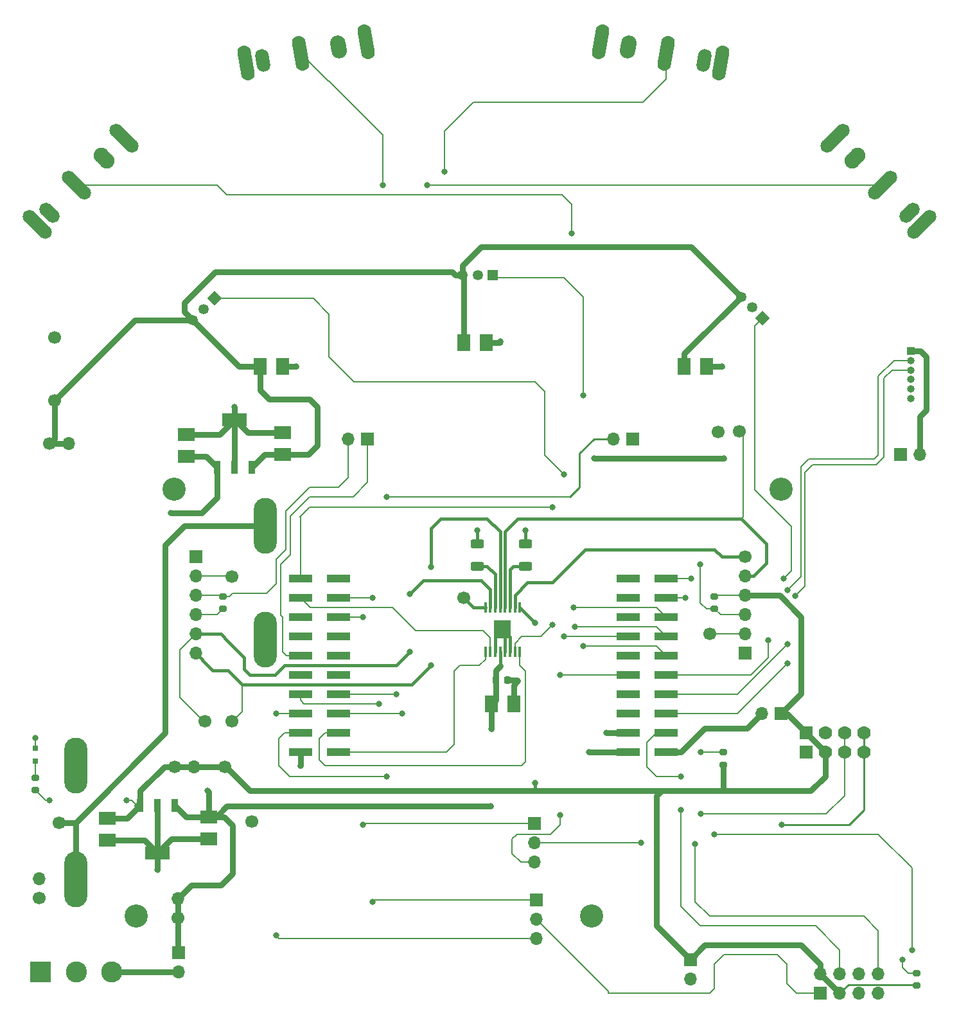
<source format=gtl>
G04 #@! TF.GenerationSoftware,KiCad,Pcbnew,8.0.4*
G04 #@! TF.CreationDate,2024-08-16T09:30:41-05:00*
G04 #@! TF.ProjectId,MotorBoardv3_2,4d6f746f-7242-46f6-9172-6476335f322e,V2.0.2b*
G04 #@! TF.SameCoordinates,Original*
G04 #@! TF.FileFunction,Copper,L1,Top*
G04 #@! TF.FilePolarity,Positive*
%FSLAX46Y46*%
G04 Gerber Fmt 4.6, Leading zero omitted, Abs format (unit mm)*
G04 Created by KiCad (PCBNEW 8.0.4) date 2024-08-16 09:30:41*
%MOMM*%
%LPD*%
G01*
G04 APERTURE LIST*
G04 Aperture macros list*
%AMRoundRect*
0 Rectangle with rounded corners*
0 $1 Rounding radius*
0 $2 $3 $4 $5 $6 $7 $8 $9 X,Y pos of 4 corners*
0 Add a 4 corners polygon primitive as box body*
4,1,4,$2,$3,$4,$5,$6,$7,$8,$9,$2,$3,0*
0 Add four circle primitives for the rounded corners*
1,1,$1+$1,$2,$3*
1,1,$1+$1,$4,$5*
1,1,$1+$1,$6,$7*
1,1,$1+$1,$8,$9*
0 Add four rect primitives between the rounded corners*
20,1,$1+$1,$2,$3,$4,$5,0*
20,1,$1+$1,$4,$5,$6,$7,0*
20,1,$1+$1,$6,$7,$8,$9,0*
20,1,$1+$1,$8,$9,$2,$3,0*%
%AMHorizOval*
0 Thick line with rounded ends*
0 $1 width*
0 $2 $3 position (X,Y) of the first rounded end (center of the circle)*
0 $4 $5 position (X,Y) of the second rounded end (center of the circle)*
0 Add line between two ends*
20,1,$1,$2,$3,$4,$5,0*
0 Add two circle primitives to create the rounded ends*
1,1,$1,$2,$3*
1,1,$1,$4,$5*%
%AMRotRect*
0 Rectangle, with rotation*
0 The origin of the aperture is its center*
0 $1 length*
0 $2 width*
0 $3 Rotation angle, in degrees counterclockwise*
0 Add horizontal line*
21,1,$1,$2,0,0,$3*%
G04 Aperture macros list end*
G04 #@! TA.AperFunction,ComponentPad*
%ADD10R,1.700000X1.700000*%
G04 #@! TD*
G04 #@! TA.AperFunction,ComponentPad*
%ADD11O,1.700000X1.700000*%
G04 #@! TD*
G04 #@! TA.AperFunction,SMDPad,CuDef*
%ADD12R,0.800000X0.800000*%
G04 #@! TD*
G04 #@! TA.AperFunction,ComponentPad*
%ADD13C,1.700000*%
G04 #@! TD*
G04 #@! TA.AperFunction,ComponentPad*
%ADD14HorizOval,2.032000X0.088213X-0.500282X-0.088213X0.500282X0*%
G04 #@! TD*
G04 #@! TA.AperFunction,ComponentPad*
%ADD15HorizOval,1.778000X0.110267X-0.625353X-0.110267X0.625353X0*%
G04 #@! TD*
G04 #@! TA.AperFunction,ComponentPad*
%ADD16HorizOval,1.778000X0.253613X-1.438312X-0.253613X1.438312X0*%
G04 #@! TD*
G04 #@! TA.AperFunction,SMDPad,CuDef*
%ADD17R,2.300000X1.800000*%
G04 #@! TD*
G04 #@! TA.AperFunction,ComponentPad*
%ADD18RotRect,1.350000X1.350000X135.000000*%
G04 #@! TD*
G04 #@! TA.AperFunction,ComponentPad*
%ADD19C,1.350000*%
G04 #@! TD*
G04 #@! TA.AperFunction,SMDPad,CuDef*
%ADD20R,1.800000X2.300000*%
G04 #@! TD*
G04 #@! TA.AperFunction,ComponentPad*
%ADD21R,2.775000X2.775000*%
G04 #@! TD*
G04 #@! TA.AperFunction,ComponentPad*
%ADD22C,2.775000*%
G04 #@! TD*
G04 #@! TA.AperFunction,SMDPad,CuDef*
%ADD23RoundRect,0.200000X-0.275000X0.200000X-0.275000X-0.200000X0.275000X-0.200000X0.275000X0.200000X0*%
G04 #@! TD*
G04 #@! TA.AperFunction,SMDPad,CuDef*
%ADD24RoundRect,0.225000X-0.225000X-0.250000X0.225000X-0.250000X0.225000X0.250000X-0.225000X0.250000X0*%
G04 #@! TD*
G04 #@! TA.AperFunction,ComponentPad*
%ADD25RotRect,1.350000X1.350000X225.000000*%
G04 #@! TD*
G04 #@! TA.AperFunction,ComponentPad*
%ADD26HorizOval,2.032000X0.359210X-0.359210X-0.359210X0.359210X0*%
G04 #@! TD*
G04 #@! TA.AperFunction,ComponentPad*
%ADD27HorizOval,1.778000X0.449013X-0.449013X-0.449013X0.449013X0*%
G04 #@! TD*
G04 #@! TA.AperFunction,ComponentPad*
%ADD28HorizOval,1.778000X1.032729X-1.032729X-1.032729X1.032729X0*%
G04 #@! TD*
G04 #@! TA.AperFunction,SMDPad,CuDef*
%ADD29R,3.150000X1.000000*%
G04 #@! TD*
G04 #@! TA.AperFunction,SMDPad,CuDef*
%ADD30R,0.450000X1.475000*%
G04 #@! TD*
G04 #@! TA.AperFunction,SMDPad,CuDef*
%ADD31R,2.310000X2.460000*%
G04 #@! TD*
G04 #@! TA.AperFunction,ComponentPad*
%ADD32R,1.000000X1.000000*%
G04 #@! TD*
G04 #@! TA.AperFunction,ComponentPad*
%ADD33O,1.000000X1.000000*%
G04 #@! TD*
G04 #@! TA.AperFunction,ComponentPad*
%ADD34C,3.048000*%
G04 #@! TD*
G04 #@! TA.AperFunction,ComponentPad*
%ADD35O,3.048000X7.366000*%
G04 #@! TD*
G04 #@! TA.AperFunction,SMDPad,CuDef*
%ADD36RoundRect,0.200000X0.275000X-0.200000X0.275000X0.200000X-0.275000X0.200000X-0.275000X-0.200000X0*%
G04 #@! TD*
G04 #@! TA.AperFunction,ComponentPad*
%ADD37R,1.350000X1.350000*%
G04 #@! TD*
G04 #@! TA.AperFunction,SMDPad,CuDef*
%ADD38RoundRect,0.250000X0.625000X-0.312500X0.625000X0.312500X-0.625000X0.312500X-0.625000X-0.312500X0*%
G04 #@! TD*
G04 #@! TA.AperFunction,ComponentPad*
%ADD39R,1.778000X1.778000*%
G04 #@! TD*
G04 #@! TA.AperFunction,ComponentPad*
%ADD40C,1.778000*%
G04 #@! TD*
G04 #@! TA.AperFunction,SMDPad,CuDef*
%ADD41R,0.950000X1.750000*%
G04 #@! TD*
G04 #@! TA.AperFunction,SMDPad,CuDef*
%ADD42R,3.200000X1.750000*%
G04 #@! TD*
G04 #@! TA.AperFunction,ComponentPad*
%ADD43HorizOval,2.032000X-0.359210X-0.359210X0.359210X0.359210X0*%
G04 #@! TD*
G04 #@! TA.AperFunction,ComponentPad*
%ADD44HorizOval,1.778000X-0.449013X-0.449013X0.449013X0.449013X0*%
G04 #@! TD*
G04 #@! TA.AperFunction,ComponentPad*
%ADD45HorizOval,1.778000X-1.032729X-1.032729X1.032729X1.032729X0*%
G04 #@! TD*
G04 #@! TA.AperFunction,ComponentPad*
%ADD46HorizOval,2.032000X-0.088213X-0.500282X0.088213X0.500282X0*%
G04 #@! TD*
G04 #@! TA.AperFunction,ComponentPad*
%ADD47HorizOval,1.778000X-0.110267X-0.625353X0.110267X0.625353X0*%
G04 #@! TD*
G04 #@! TA.AperFunction,ComponentPad*
%ADD48HorizOval,1.778000X-0.253613X-1.438312X0.253613X1.438312X0*%
G04 #@! TD*
G04 #@! TA.AperFunction,ViaPad*
%ADD49C,0.800000*%
G04 #@! TD*
G04 #@! TA.AperFunction,ViaPad*
%ADD50C,1.270000*%
G04 #@! TD*
G04 #@! TA.AperFunction,Conductor*
%ADD51C,0.750000*%
G04 #@! TD*
G04 #@! TA.AperFunction,Conductor*
%ADD52C,0.250000*%
G04 #@! TD*
G04 #@! TA.AperFunction,Conductor*
%ADD53C,0.400000*%
G04 #@! TD*
G04 #@! TA.AperFunction,Conductor*
%ADD54C,0.200000*%
G04 #@! TD*
G04 #@! TA.AperFunction,Conductor*
%ADD55C,0.150000*%
G04 #@! TD*
G04 #@! TA.AperFunction,Conductor*
%ADD56C,0.127000*%
G04 #@! TD*
G04 #@! TA.AperFunction,Conductor*
%ADD57C,0.450000*%
G04 #@! TD*
G04 APERTURE END LIST*
D10*
X128905000Y-79375000D03*
D11*
X126365000Y-79375000D03*
D10*
X93980000Y-79375000D03*
D11*
X91440000Y-79375000D03*
D12*
X50165000Y-120142000D03*
X50165000Y-121792000D03*
D13*
X72517000Y-116586000D03*
D10*
X69088000Y-147066000D03*
D11*
X69088000Y-149606000D03*
D14*
X90131412Y-27752934D03*
D15*
X80125765Y-29517199D03*
D16*
X85128588Y-28635066D03*
X93794899Y-27106962D03*
X77939492Y-29902698D03*
D13*
X78740000Y-129794000D03*
D17*
X73025000Y-129180000D03*
X73025000Y-132080000D03*
D18*
X146050000Y-63500000D03*
D19*
X144635786Y-62085786D03*
X143221573Y-60671573D03*
D20*
X135710000Y-69850000D03*
X138610000Y-69850000D03*
D13*
X68961000Y-142499000D03*
D11*
X68961000Y-139959000D03*
D13*
X106680000Y-100330000D03*
D20*
X79830000Y-69850000D03*
X82730000Y-69850000D03*
D13*
X143002000Y-78359000D03*
D21*
X50863500Y-149606000D03*
D22*
X55563500Y-149606000D03*
X60263500Y-149606000D03*
D23*
X139700000Y-100140000D03*
X139700000Y-101790000D03*
D10*
X116205000Y-140081000D03*
D11*
X116205000Y-142621000D03*
X116205000Y-145161000D03*
D13*
X52705000Y-66040000D03*
X140208000Y-78486000D03*
D17*
X70104000Y-81714000D03*
X70104000Y-78814000D03*
D24*
X110845000Y-111125000D03*
X112395000Y-111125000D03*
D25*
X73768949Y-60914872D03*
D19*
X72354735Y-62329086D03*
X70940522Y-63743299D03*
D13*
X52705000Y-74295000D03*
D26*
X59200051Y-42399949D03*
D27*
X52015846Y-49584154D03*
D28*
X55607949Y-45992051D03*
X61830488Y-39769512D03*
X50446069Y-51153931D03*
D29*
X90170000Y-120650000D03*
X85120000Y-120650000D03*
X90170000Y-118110000D03*
X85120000Y-118110000D03*
X90170000Y-115570000D03*
X85120000Y-115570000D03*
X90170000Y-113030000D03*
X85120000Y-113030000D03*
X90170000Y-110490000D03*
X85120000Y-110490000D03*
X90170000Y-107950000D03*
X85120000Y-107950000D03*
X90170000Y-105410000D03*
X85120000Y-105410000D03*
X90170000Y-102870000D03*
X85120000Y-102870000D03*
X90170000Y-100330000D03*
X85120000Y-100330000D03*
X90170000Y-97790000D03*
X85120000Y-97790000D03*
D30*
X114035000Y-101557000D03*
X113385000Y-101557000D03*
X112735000Y-101557000D03*
X112085000Y-101557000D03*
X111435000Y-101557000D03*
X110785000Y-101557000D03*
X110135000Y-101557000D03*
X109485000Y-101557000D03*
X109485000Y-107433000D03*
X110135000Y-107433000D03*
X110785000Y-107433000D03*
X111435000Y-107433000D03*
X112085000Y-107433000D03*
X112735000Y-107433000D03*
X113385000Y-107433000D03*
X114035000Y-107433000D03*
D31*
X111760000Y-104495000D03*
D17*
X59690000Y-129360000D03*
X59690000Y-132260000D03*
D29*
X133350000Y-120650000D03*
X128300000Y-120650000D03*
X133350000Y-118110000D03*
X128300000Y-118110000D03*
X133350000Y-115570000D03*
X128300000Y-115570000D03*
X133350000Y-113030000D03*
X128300000Y-113030000D03*
X133350000Y-110490000D03*
X128300000Y-110490000D03*
X133350000Y-107950000D03*
X128300000Y-107950000D03*
X133350000Y-105410000D03*
X128300000Y-105410000D03*
X133350000Y-102870000D03*
X128300000Y-102870000D03*
X133350000Y-100330000D03*
X128300000Y-100330000D03*
X133350000Y-97790000D03*
X128300000Y-97790000D03*
D13*
X139065000Y-105048000D03*
D23*
X50165000Y-124016000D03*
X50165000Y-125666000D03*
D20*
X110310000Y-114300000D03*
X113210000Y-114300000D03*
D32*
X165608000Y-67818000D03*
D33*
X165608000Y-69068000D03*
X165608000Y-70318000D03*
X165608000Y-71568000D03*
X165608000Y-72818000D03*
X165608000Y-74068000D03*
D10*
X148463000Y-115570000D03*
D11*
X145923000Y-115570000D03*
D10*
X115951000Y-130048000D03*
D11*
X115951000Y-132588000D03*
X115951000Y-135128000D03*
D13*
X68580000Y-122555000D03*
D11*
X71120000Y-122555000D03*
D10*
X136525000Y-147955000D03*
D11*
X136525000Y-150495000D03*
D34*
X63500000Y-142250000D03*
X123500000Y-142250000D03*
X148500000Y-86050000D03*
X68500000Y-86050000D03*
D35*
X55500000Y-137450000D03*
X55500000Y-122450000D03*
X80500000Y-105850000D03*
X80500000Y-90850000D03*
D10*
X71297800Y-94950000D03*
D11*
X71297800Y-97490000D03*
X71297800Y-100030000D03*
X71297800Y-102570000D03*
X71297800Y-105110000D03*
X71297800Y-107650000D03*
D10*
X143687800Y-107650000D03*
D11*
X143687800Y-105110000D03*
X143687800Y-102570000D03*
X143687800Y-100030000D03*
X143687800Y-97490000D03*
D13*
X143687800Y-94950000D03*
D23*
X166370000Y-149733000D03*
X166370000Y-151383000D03*
D36*
X140843000Y-122300000D03*
X140843000Y-120650000D03*
D37*
X110490000Y-57785000D03*
D19*
X108490000Y-57785000D03*
X106490000Y-57785000D03*
D38*
X114808000Y-96143000D03*
X114808000Y-93218000D03*
D39*
X151765000Y-120650000D03*
D40*
X154305000Y-120650000D03*
X156845000Y-120650000D03*
X159385000Y-120650000D03*
D39*
X151765000Y-118110000D03*
D40*
X154305000Y-118110000D03*
X156845000Y-118110000D03*
X159385000Y-118110000D03*
D10*
X153670000Y-152400000D03*
D11*
X156210000Y-152400000D03*
X158750000Y-152400000D03*
X161290000Y-152400000D03*
X161290000Y-149860000D03*
X158750000Y-149860000D03*
X156210000Y-149860000D03*
X153670000Y-149860000D03*
D13*
X76073000Y-116586000D03*
D10*
X164211000Y-81407000D03*
D11*
X166751000Y-81407000D03*
D41*
X74140000Y-83135000D03*
X76440000Y-83135000D03*
X78740000Y-83135000D03*
D42*
X76440000Y-76835000D03*
D23*
X74930000Y-100140000D03*
X74930000Y-101790000D03*
D38*
X108458000Y-96143000D03*
X108458000Y-93218000D03*
D20*
X106680000Y-66675000D03*
X109580000Y-66675000D03*
D17*
X82804000Y-81460000D03*
X82804000Y-78560000D03*
D13*
X76073000Y-97536000D03*
X53340000Y-129940000D03*
D41*
X68580000Y-127660000D03*
X66280000Y-127660000D03*
X63980000Y-127660000D03*
D42*
X66280000Y-133960000D03*
D13*
X50673000Y-139827000D03*
D11*
X50673000Y-137287000D03*
D13*
X75184000Y-122555000D03*
X52070000Y-80010000D03*
D11*
X54610000Y-80010000D03*
D43*
X158223949Y-42399949D03*
D44*
X165408154Y-49584154D03*
D45*
X161816051Y-45992051D03*
X155593512Y-39769512D03*
X166977931Y-51153931D03*
D46*
X128333988Y-27752934D03*
D47*
X138339635Y-29517199D03*
D48*
X133336812Y-28635066D03*
X124670501Y-27106962D03*
X140525908Y-29902698D03*
D49*
X50165000Y-118745000D03*
X114808000Y-91440000D03*
X84582000Y-69850000D03*
X76440000Y-75198000D03*
X140716000Y-69850000D03*
X113792000Y-111252000D03*
X125476000Y-118110000D03*
D50*
X111760000Y-104495000D03*
D49*
X111506000Y-66548000D03*
X66294000Y-136144000D03*
X85120000Y-122398000D03*
X108458000Y-91440000D03*
X116078000Y-103600000D03*
X62230000Y-127000000D03*
X52070000Y-127000000D03*
X116078000Y-124714000D03*
X165735000Y-146685000D03*
X139700000Y-131445000D03*
X121285000Y-104140000D03*
X95504000Y-114300000D03*
X96012000Y-45974000D03*
X135255000Y-128270000D03*
X135255000Y-123825000D03*
X149352000Y-99314000D03*
X149352000Y-106426000D03*
X148844000Y-97790000D03*
X146812000Y-105918000D03*
X122428000Y-73660000D03*
X122428000Y-106680000D03*
X120904000Y-52324000D03*
X121158000Y-101600000D03*
X135890000Y-100330000D03*
X137922000Y-128778000D03*
X137922000Y-120650000D03*
X136652000Y-97790000D03*
X148590000Y-130175000D03*
X96520000Y-123825000D03*
X96520000Y-86995000D03*
X81915000Y-115570000D03*
X81915000Y-144780000D03*
X118364000Y-88392000D03*
X118364000Y-103886000D03*
X119380000Y-110490000D03*
X119380000Y-128905000D03*
X119888000Y-84074000D03*
X119888000Y-105410000D03*
X104140000Y-44196000D03*
X98552000Y-115570000D03*
X101854000Y-45974000D03*
X97790000Y-113030000D03*
X93345000Y-130175000D03*
X93345000Y-102870000D03*
X94615000Y-140335000D03*
X94615000Y-100330000D03*
X68072000Y-89154000D03*
X110310000Y-117602000D03*
X72898000Y-125730000D03*
X110236000Y-127762000D03*
X102362000Y-96266000D03*
X102362000Y-109220000D03*
X99568000Y-99822000D03*
X99568000Y-107442000D03*
X150368000Y-100076000D03*
X149352000Y-108966000D03*
X130048000Y-132588000D03*
X137160000Y-132715000D03*
X164465000Y-147955000D03*
X140970000Y-81915000D03*
X123825000Y-81915000D03*
X123190000Y-120650000D03*
X137795000Y-95885000D03*
D51*
X128300000Y-118110000D02*
X125476000Y-118110000D01*
X59690000Y-132260000D02*
X64580000Y-132260000D01*
D52*
X128333988Y-27752934D02*
X127447934Y-27752934D01*
D51*
X138610000Y-69850000D02*
X140716000Y-69850000D01*
D53*
X111353000Y-104902000D02*
X111760000Y-104495000D01*
X112085000Y-104820000D02*
X111760000Y-104495000D01*
D51*
X66280000Y-127660000D02*
X66280000Y-133960000D01*
X70104000Y-78814000D02*
X74461000Y-78814000D01*
X113665000Y-111125000D02*
X113792000Y-111252000D01*
X76440000Y-76835000D02*
X76440000Y-75198000D01*
X78165000Y-78560000D02*
X76440000Y-76835000D01*
X85120000Y-120650000D02*
X85120000Y-122398000D01*
X64580000Y-132260000D02*
X66280000Y-133960000D01*
D53*
X112735000Y-105470000D02*
X112735000Y-107433000D01*
D51*
X113210000Y-114300000D02*
X113210000Y-111834000D01*
X66280000Y-133960000D02*
X66280000Y-136130000D01*
D53*
X111760000Y-104495000D02*
X112735000Y-105470000D01*
X111252000Y-104902000D02*
X111353000Y-104902000D01*
D51*
X76454000Y-75184000D02*
X76440000Y-75198000D01*
D53*
X110785000Y-107433000D02*
X110785000Y-105470000D01*
X114808000Y-93218000D02*
X114808000Y-91440000D01*
D51*
X82730000Y-69850000D02*
X84582000Y-69850000D01*
X66280000Y-136130000D02*
X66294000Y-136144000D01*
D53*
X112085000Y-107433000D02*
X112085000Y-104820000D01*
D51*
X109580000Y-66675000D02*
X111379000Y-66675000D01*
D54*
X50165000Y-120142000D02*
X50165000Y-118745000D01*
D53*
X111252000Y-105003000D02*
X111252000Y-104902000D01*
D51*
X76440000Y-83135000D02*
X76440000Y-76835000D01*
D53*
X108458000Y-93218000D02*
X108458000Y-91440000D01*
D51*
X74461000Y-78814000D02*
X76440000Y-76835000D01*
X82804000Y-78560000D02*
X78165000Y-78560000D01*
X68160000Y-132080000D02*
X66280000Y-133960000D01*
X113210000Y-111834000D02*
X113792000Y-111252000D01*
X85090000Y-122428000D02*
X85120000Y-122398000D01*
X111379000Y-66675000D02*
X111506000Y-66548000D01*
X73025000Y-132080000D02*
X68160000Y-132080000D01*
D53*
X110785000Y-105470000D02*
X111252000Y-105003000D01*
D51*
X112395000Y-111125000D02*
X113665000Y-111125000D01*
X154305000Y-120650000D02*
X154305000Y-123825000D01*
X151130000Y-102870000D02*
X151130000Y-112903000D01*
X148255000Y-100030000D02*
X148272500Y-100012500D01*
D54*
X52070000Y-127000000D02*
X51499000Y-127000000D01*
D51*
X151130000Y-112903000D02*
X148463000Y-115570000D01*
X151130000Y-146050000D02*
X153670000Y-148590000D01*
D55*
X143687800Y-100030000D02*
X139810000Y-100030000D01*
D51*
X116332000Y-125730000D02*
X132715000Y-125730000D01*
X67183000Y-122555000D02*
X68580000Y-122555000D01*
D53*
X116078000Y-124714000D02*
X116078000Y-125476000D01*
D51*
X71120000Y-122555000D02*
X68580000Y-122555000D01*
D52*
X157335000Y-151275000D02*
X156210000Y-152400000D01*
D51*
X75311000Y-122555000D02*
X78486000Y-125730000D01*
X78486000Y-125730000D02*
X116332000Y-125730000D01*
X71120000Y-122555000D02*
X75311000Y-122555000D01*
X62280000Y-129360000D02*
X63980000Y-127660000D01*
X132080000Y-126365000D02*
X132715000Y-125730000D01*
D55*
X139810000Y-100030000D02*
X139700000Y-100140000D01*
D51*
X132080000Y-143510000D02*
X132080000Y-126365000D01*
D53*
X116078000Y-103600000D02*
X114035000Y-101557000D01*
D51*
X140843000Y-122300000D02*
X140843000Y-125603000D01*
X148463000Y-115570000D02*
X149225000Y-115570000D01*
X140843000Y-125603000D02*
X140970000Y-125730000D01*
X136525000Y-147955000D02*
X132080000Y-143510000D01*
D53*
X116078000Y-125476000D02*
X116332000Y-125730000D01*
D51*
X63980000Y-127660000D02*
X63980000Y-125758000D01*
D52*
X166262000Y-151275000D02*
X157335000Y-151275000D01*
D55*
X74150000Y-102570000D02*
X74930000Y-101790000D01*
D51*
X132715000Y-125730000D02*
X140970000Y-125730000D01*
X152400000Y-125730000D02*
X154305000Y-123825000D01*
D54*
X62865000Y-127000000D02*
X62230000Y-127000000D01*
X51499000Y-127000000D02*
X50165000Y-125666000D01*
D51*
X59690000Y-129360000D02*
X62280000Y-129360000D01*
D54*
X63525000Y-127660000D02*
X62865000Y-127000000D01*
D51*
X140970000Y-125730000D02*
X152400000Y-125730000D01*
X148272500Y-100012500D02*
X151130000Y-102870000D01*
X138430000Y-146050000D02*
X151130000Y-146050000D01*
X149225000Y-115570000D02*
X151765000Y-118110000D01*
X153670000Y-148590000D02*
X153670000Y-149860000D01*
X136525000Y-147955000D02*
X138430000Y-146050000D01*
X63980000Y-125758000D02*
X67183000Y-122555000D01*
X151765000Y-118110000D02*
X154305000Y-120650000D01*
X59690000Y-129360000D02*
X59690000Y-129032000D01*
D55*
X71297800Y-102570000D02*
X74150000Y-102570000D01*
D52*
X166370000Y-151383000D02*
X166262000Y-151275000D01*
D51*
X143500000Y-100030000D02*
X148255000Y-100030000D01*
X63980000Y-127660000D02*
X63525000Y-127660000D01*
X153670000Y-149860000D02*
X156210000Y-152400000D01*
D54*
X132080000Y-104140000D02*
X121285000Y-104140000D01*
X139700000Y-131445000D02*
X161290000Y-131445000D01*
X161290000Y-131445000D02*
X165735000Y-135890000D01*
X133350000Y-105410000D02*
X132080000Y-104140000D01*
X165735000Y-135890000D02*
X165735000Y-146685000D01*
X96012000Y-39370000D02*
X88900000Y-32258000D01*
X88900000Y-32258000D02*
X88751522Y-32258000D01*
X88751522Y-32258000D02*
X85128588Y-28635066D01*
X85598000Y-114300000D02*
X85120000Y-113822000D01*
X95504000Y-114300000D02*
X85598000Y-114300000D01*
X96012000Y-45974000D02*
X96012000Y-39370000D01*
X85120000Y-113822000D02*
X85120000Y-113030000D01*
D56*
X86360000Y-86995000D02*
X83820000Y-89535000D01*
X93980000Y-79375000D02*
X93980000Y-85090000D01*
X92075000Y-86995000D02*
X86360000Y-86995000D01*
D55*
X85120000Y-107950000D02*
X83312000Y-107950000D01*
D56*
X93980000Y-85090000D02*
X92075000Y-86995000D01*
X82550000Y-102616000D02*
X82804000Y-102870000D01*
D55*
X83312000Y-107950000D02*
X82804000Y-107442000D01*
D52*
X86360000Y-107950000D02*
X85090000Y-107950000D01*
D55*
X82804000Y-107442000D02*
X82804000Y-102870000D01*
D56*
X82550000Y-95885000D02*
X82550000Y-102616000D01*
X83820000Y-94615000D02*
X82550000Y-95885000D01*
X83820000Y-89535000D02*
X83820000Y-94615000D01*
D52*
X86360000Y-102870000D02*
X85090000Y-102870000D01*
D54*
X133350000Y-118110000D02*
X132080000Y-118110000D01*
X156210000Y-146685000D02*
X156210000Y-149860000D01*
X135255000Y-123825000D02*
X132080000Y-123825000D01*
X132080000Y-123825000D02*
X130810000Y-122555000D01*
X132080000Y-118110000D02*
X130810000Y-119380000D01*
X153035000Y-143510000D02*
X156210000Y-146685000D01*
X130810000Y-122555000D02*
X130810000Y-119380000D01*
X135255000Y-128270000D02*
X135255000Y-140970000D01*
X137795000Y-143510000D02*
X153035000Y-143510000D01*
X135255000Y-140970000D02*
X137795000Y-143510000D01*
X160782000Y-82042000D02*
X161290000Y-81534000D01*
X151130000Y-97536000D02*
X151130000Y-83058000D01*
X142748000Y-113030000D02*
X149352000Y-106426000D01*
X152146000Y-82042000D02*
X160782000Y-82042000D01*
X133350000Y-113030000D02*
X142748000Y-113030000D01*
X151130000Y-83058000D02*
X152146000Y-82042000D01*
X149352000Y-99314000D02*
X151130000Y-97536000D01*
X161290000Y-81534000D02*
X161290000Y-71120000D01*
X163342000Y-69068000D02*
X165608000Y-69068000D01*
X161290000Y-71120000D02*
X163342000Y-69068000D01*
X144526000Y-110490000D02*
X146812000Y-108204000D01*
X133350000Y-110490000D02*
X144526000Y-110490000D01*
X149860000Y-90932000D02*
X145034000Y-86106000D01*
X145034000Y-64516000D02*
X146050000Y-63500000D01*
X149860000Y-96774000D02*
X149860000Y-90932000D01*
X146812000Y-108204000D02*
X146812000Y-105918000D01*
X148844000Y-97790000D02*
X149860000Y-96774000D01*
X145034000Y-86106000D02*
X145034000Y-64516000D01*
X119888000Y-58166000D02*
X110871000Y-58166000D01*
X122428000Y-60706000D02*
X119888000Y-58166000D01*
X133350000Y-107950000D02*
X132080000Y-106680000D01*
X110871000Y-58166000D02*
X110490000Y-57785000D01*
X132080000Y-106680000D02*
X122428000Y-106680000D01*
X122428000Y-73660000D02*
X122428000Y-60706000D01*
X133350000Y-102870000D02*
X132080000Y-101600000D01*
X120904000Y-52324000D02*
X120904000Y-48514000D01*
X120904000Y-48514000D02*
X119634000Y-47244000D01*
X74149949Y-45992051D02*
X55607949Y-45992051D01*
X74168000Y-45974000D02*
X74149949Y-45992051D01*
X119634000Y-47244000D02*
X75438000Y-47244000D01*
X75438000Y-47244000D02*
X74168000Y-45974000D01*
X132080000Y-101600000D02*
X121158000Y-101600000D01*
X137922000Y-128778000D02*
X154432000Y-128778000D01*
X156845000Y-126365000D02*
X156845000Y-120650000D01*
X133350000Y-100330000D02*
X135890000Y-100330000D01*
X154432000Y-128778000D02*
X156845000Y-126365000D01*
X156845000Y-120650000D02*
X156845000Y-118110000D01*
X140843000Y-120650000D02*
X137922000Y-120650000D01*
D52*
X148590000Y-130175000D02*
X157480000Y-130175000D01*
X159385000Y-128270000D02*
X159385000Y-120650000D01*
X159385000Y-120650000D02*
X159385000Y-118110000D01*
X157480000Y-130175000D02*
X159385000Y-128270000D01*
D54*
X133350000Y-97790000D02*
X136652000Y-97790000D01*
D52*
X126370000Y-79375000D02*
X123825000Y-79375000D01*
D54*
X85120000Y-118110000D02*
X83058000Y-118110000D01*
D52*
X121920000Y-85725000D02*
X120650000Y-86995000D01*
D54*
X82296000Y-122428000D02*
X83693000Y-123825000D01*
X83693000Y-123825000D02*
X96520000Y-123825000D01*
X82296000Y-118872000D02*
X82296000Y-122428000D01*
D52*
X121920000Y-81280000D02*
X121920000Y-85725000D01*
X123825000Y-79375000D02*
X121920000Y-81280000D01*
D54*
X83058000Y-118110000D02*
X82296000Y-118872000D01*
X120650000Y-86995000D02*
X96520000Y-86995000D01*
X81915000Y-144780000D02*
X82296000Y-145161000D01*
X82296000Y-145161000D02*
X116205000Y-145161000D01*
X85120000Y-115570000D02*
X81915000Y-115570000D01*
X100330000Y-104648000D02*
X97282000Y-101600000D01*
X109220000Y-104648000D02*
X100330000Y-104648000D01*
X110135000Y-107433000D02*
X110135000Y-105563000D01*
X110135000Y-105563000D02*
X109220000Y-104648000D01*
X86390000Y-101600000D02*
X85120000Y-100330000D01*
X97282000Y-101600000D02*
X86390000Y-101600000D01*
X116840000Y-105410000D02*
X118364000Y-103886000D01*
X85090000Y-89662000D02*
X85120000Y-89692000D01*
X118364000Y-88392000D02*
X86360000Y-88392000D01*
X86360000Y-88392000D02*
X85090000Y-89662000D01*
X113385000Y-107433000D02*
X113385000Y-106325000D01*
X113385000Y-106325000D02*
X114300000Y-105410000D01*
X114300000Y-105410000D02*
X116840000Y-105410000D01*
X85120000Y-89692000D02*
X85120000Y-97790000D01*
X114173000Y-135128000D02*
X115951000Y-135128000D01*
X113030000Y-133985000D02*
X114173000Y-135128000D01*
X113030000Y-132080000D02*
X113030000Y-133985000D01*
X128300000Y-110490000D02*
X119380000Y-110490000D01*
X118110000Y-131445000D02*
X113665000Y-131445000D01*
X113665000Y-131445000D02*
X113030000Y-132080000D01*
X119380000Y-128905000D02*
X119380000Y-130175000D01*
X119380000Y-130175000D02*
X118110000Y-131445000D01*
X117348000Y-81534000D02*
X117348000Y-73152000D01*
X117348000Y-73152000D02*
X116078000Y-71882000D01*
X88900000Y-62992000D02*
X86822872Y-60914872D01*
X116078000Y-71882000D02*
X92202000Y-71882000D01*
X119888000Y-84074000D02*
X117348000Y-81534000D01*
X86822872Y-60914872D02*
X73768949Y-60914872D01*
X128300000Y-105410000D02*
X119888000Y-105410000D01*
X92202000Y-71882000D02*
X88900000Y-68580000D01*
X88900000Y-68580000D02*
X88900000Y-62992000D01*
X109485000Y-107433000D02*
X109485000Y-108447000D01*
X109485000Y-108447000D02*
X108712000Y-109220000D01*
X105410000Y-119634000D02*
X104394000Y-120650000D01*
X106172000Y-109220000D02*
X105410000Y-109982000D01*
X105410000Y-109982000D02*
X105410000Y-119634000D01*
X104394000Y-120650000D02*
X90170000Y-120650000D01*
X108712000Y-109220000D02*
X106172000Y-109220000D01*
X114808000Y-121920000D02*
X114300000Y-122428000D01*
X114300000Y-122428000D02*
X88392000Y-122428000D01*
X114035000Y-107433000D02*
X114035000Y-109209000D01*
X88392000Y-122428000D02*
X87630000Y-121666000D01*
X88392000Y-118110000D02*
X90170000Y-118110000D01*
X114035000Y-109209000D02*
X114808000Y-109982000D01*
X114808000Y-109982000D02*
X114808000Y-121920000D01*
X87630000Y-121666000D02*
X87630000Y-118872000D01*
X87630000Y-118872000D02*
X88392000Y-118110000D01*
X107950000Y-35052000D02*
X130302000Y-35052000D01*
X90170000Y-115570000D02*
X98552000Y-115570000D01*
X133336812Y-32017188D02*
X133336812Y-28635066D01*
X104140000Y-44196000D02*
X104140000Y-38862000D01*
X104140000Y-38862000D02*
X107950000Y-35052000D01*
X130302000Y-35052000D02*
X133336812Y-32017188D01*
X101872051Y-45992051D02*
X161816051Y-45992051D01*
X90170000Y-113030000D02*
X97790000Y-113030000D01*
X101854000Y-45974000D02*
X101872051Y-45992051D01*
X90170000Y-102870000D02*
X93345000Y-102870000D01*
X93345000Y-130175000D02*
X93472000Y-130048000D01*
X93472000Y-130048000D02*
X115951000Y-130048000D01*
X94869000Y-140081000D02*
X116205000Y-140081000D01*
X94615000Y-140335000D02*
X94869000Y-140081000D01*
X90170000Y-100330000D02*
X94615000Y-100330000D01*
D51*
X79830000Y-72972000D02*
X79830000Y-69850000D01*
X86360000Y-74168000D02*
X81026000Y-74168000D01*
X106680000Y-66675000D02*
X106680000Y-57975000D01*
X135710000Y-69850000D02*
X135710000Y-68183146D01*
X82804000Y-81460000D02*
X80415000Y-81460000D01*
X106490000Y-56578000D02*
X108966000Y-54102000D01*
X166878000Y-67818000D02*
X165608000Y-67818000D01*
X52705000Y-74295000D02*
X52705000Y-79375000D01*
X105537000Y-57785000D02*
X106490000Y-57785000D01*
X105156000Y-57404000D02*
X105537000Y-57785000D01*
X70940522Y-63743299D02*
X69850000Y-62652777D01*
X73914000Y-57404000D02*
X105156000Y-57404000D01*
X86180000Y-81460000D02*
X87376000Y-80264000D01*
X69850000Y-62652777D02*
X69850000Y-61468000D01*
X167640000Y-75565000D02*
X167640000Y-68580000D01*
X69850000Y-61468000D02*
X73914000Y-57404000D01*
X52705000Y-79375000D02*
X52070000Y-80010000D01*
X87376000Y-80264000D02*
X87376000Y-75184000D01*
X166751000Y-76454000D02*
X167640000Y-75565000D01*
X80415000Y-81460000D02*
X78740000Y-83135000D01*
X87376000Y-75184000D02*
X86360000Y-74168000D01*
X106490000Y-57785000D02*
X106490000Y-56578000D01*
X108966000Y-54102000D02*
X136652000Y-54102000D01*
X167640000Y-68580000D02*
X166878000Y-67818000D01*
X70940522Y-63743299D02*
X63256701Y-63743299D01*
X166751000Y-81407000D02*
X166751000Y-76454000D01*
X136652000Y-54102000D02*
X143221573Y-60671573D01*
X54610000Y-80010000D02*
X52070000Y-80010000D01*
X82804000Y-81460000D02*
X86180000Y-81460000D01*
X81026000Y-74168000D02*
X79830000Y-72972000D01*
X63256701Y-63743299D02*
X52705000Y-74295000D01*
X135710000Y-68183146D02*
X143221573Y-60671573D01*
X79830000Y-69850000D02*
X77047223Y-69850000D01*
X106680000Y-57975000D02*
X106490000Y-57785000D01*
X77047223Y-69850000D02*
X70940522Y-63743299D01*
D53*
X118364000Y-98298000D02*
X122682000Y-93980000D01*
X122682000Y-93980000D02*
X139700000Y-93980000D01*
X143687800Y-94950000D02*
X140670000Y-94950000D01*
X113385000Y-99975000D02*
X115062000Y-98298000D01*
X140670000Y-94950000D02*
X139700000Y-93980000D01*
X115062000Y-98298000D02*
X118364000Y-98298000D01*
X113385000Y-101557000D02*
X113385000Y-99975000D01*
D51*
X69805000Y-90850000D02*
X80500000Y-90850000D01*
X55500000Y-129920000D02*
X67310000Y-118110000D01*
X55480000Y-129940000D02*
X55500000Y-129920000D01*
X55500000Y-137450000D02*
X55500000Y-129920000D01*
X67310000Y-93345000D02*
X69805000Y-90850000D01*
X53340000Y-129940000D02*
X55480000Y-129940000D01*
X67310000Y-118110000D02*
X67310000Y-93345000D01*
X110845000Y-113765000D02*
X110310000Y-114300000D01*
X70100000Y-129180000D02*
X68580000Y-127660000D01*
X76200000Y-136652000D02*
X74676000Y-138176000D01*
X75078000Y-129180000D02*
X76200000Y-130302000D01*
X75438000Y-127762000D02*
X110236000Y-127762000D01*
X73025000Y-129180000D02*
X75078000Y-129180000D01*
X74676000Y-138176000D02*
X70744000Y-138176000D01*
X74020000Y-129180000D02*
X75438000Y-127762000D01*
X68961000Y-139959000D02*
X68961000Y-142499000D01*
X72136000Y-89154000D02*
X74140000Y-87150000D01*
D57*
X111435000Y-107433000D02*
X111435000Y-109291000D01*
D51*
X68961000Y-146939000D02*
X69088000Y-147066000D01*
X73025000Y-129180000D02*
X73025000Y-125857000D01*
X73025000Y-129180000D02*
X74020000Y-129180000D01*
X110310000Y-117602000D02*
X110310000Y-114300000D01*
X73025000Y-129180000D02*
X70100000Y-129180000D01*
X72719000Y-81714000D02*
X74140000Y-83135000D01*
X73025000Y-125857000D02*
X72898000Y-125730000D01*
X111435000Y-109291000D02*
X110845000Y-109881000D01*
X110845000Y-109881000D02*
X110845000Y-111125000D01*
X70104000Y-81714000D02*
X72719000Y-81714000D01*
X68961000Y-142499000D02*
X68961000Y-146939000D01*
X70744000Y-138176000D02*
X68961000Y-139959000D01*
X110845000Y-111125000D02*
X110845000Y-113765000D01*
X76200000Y-130302000D02*
X76200000Y-136652000D01*
X68072000Y-89154000D02*
X72136000Y-89154000D01*
X74140000Y-87150000D02*
X74140000Y-83135000D01*
D53*
X143256000Y-89916000D02*
X146558000Y-93218000D01*
X144826000Y-97490000D02*
X143687800Y-97490000D01*
X146558000Y-95758000D02*
X144826000Y-97490000D01*
D54*
X143510000Y-78486000D02*
X143510000Y-89662000D01*
D53*
X143606800Y-97409000D02*
X143687800Y-97490000D01*
X113792000Y-89916000D02*
X143256000Y-89916000D01*
D52*
X143500000Y-97490000D02*
X144445000Y-97490000D01*
D54*
X143510000Y-89662000D02*
X143256000Y-89916000D01*
D53*
X112085000Y-91623000D02*
X113792000Y-89916000D01*
X146558000Y-93218000D02*
X146558000Y-95758000D01*
X112085000Y-101557000D02*
X112085000Y-91623000D01*
X73152000Y-109474000D02*
X73533000Y-109855000D01*
X111435000Y-101557000D02*
X111435000Y-91623000D01*
X109728000Y-89916000D02*
X103632000Y-89916000D01*
X99822000Y-111760000D02*
X77470000Y-111760000D01*
D54*
X77470000Y-115316000D02*
X77470000Y-111760000D01*
D53*
X73121800Y-109474000D02*
X73152000Y-109474000D01*
X111435000Y-91623000D02*
X109728000Y-89916000D01*
X77470000Y-111760000D02*
X75565000Y-109855000D01*
X73533000Y-109855000D02*
X75565000Y-109855000D01*
X102362000Y-91186000D02*
X102362000Y-96266000D01*
D54*
X76200000Y-116586000D02*
X77470000Y-115316000D01*
D53*
X103632000Y-89916000D02*
X102362000Y-91186000D01*
X71297800Y-107650000D02*
X73121800Y-109474000D01*
X102362000Y-109220000D02*
X99822000Y-111760000D01*
X71297800Y-105110000D02*
X74630000Y-105110000D01*
X81788000Y-110490000D02*
X78486000Y-110490000D01*
X83058000Y-109220000D02*
X81788000Y-110490000D01*
X78486000Y-110490000D02*
X77724000Y-109728000D01*
X74630000Y-105110000D02*
X75565000Y-106045000D01*
X108966000Y-98044000D02*
X101346000Y-98044000D01*
X110135000Y-101557000D02*
X110135000Y-99213000D01*
X77724000Y-108204000D02*
X75565000Y-106045000D01*
X77724000Y-109728000D02*
X77724000Y-108204000D01*
X101346000Y-98044000D02*
X99568000Y-99822000D01*
D54*
X69215000Y-113411000D02*
X69215000Y-107192800D01*
D53*
X110135000Y-99213000D02*
X108966000Y-98044000D01*
D54*
X72390000Y-116586000D02*
X69215000Y-113411000D01*
X69215000Y-107192800D02*
X71297800Y-105110000D01*
D53*
X99568000Y-107442000D02*
X97790000Y-109220000D01*
X97790000Y-109220000D02*
X83058000Y-109220000D01*
D51*
X135255000Y-120650000D02*
X138430000Y-117475000D01*
X133350000Y-120650000D02*
X135255000Y-120650000D01*
X144018000Y-117475000D02*
X145923000Y-115570000D01*
X138430000Y-117475000D02*
X144018000Y-117475000D01*
D54*
X163108000Y-70318000D02*
X165608000Y-70318000D01*
X161036000Y-82804000D02*
X162052000Y-81788000D01*
X133350000Y-115570000D02*
X142748000Y-115570000D01*
X152654000Y-82804000D02*
X161036000Y-82804000D01*
X151638000Y-98806000D02*
X151638000Y-83820000D01*
X162052000Y-71374000D02*
X163108000Y-70318000D01*
X150368000Y-100076000D02*
X151638000Y-98806000D01*
X142748000Y-115570000D02*
X149352000Y-108966000D01*
X151638000Y-83820000D02*
X152654000Y-82804000D01*
X162052000Y-81788000D02*
X162052000Y-71374000D01*
X50165000Y-121792000D02*
X50165000Y-124016000D01*
D53*
X112735000Y-101557000D02*
X112735000Y-96565000D01*
X112735000Y-96565000D02*
X113157000Y-96143000D01*
X113157000Y-96143000D02*
X114808000Y-96143000D01*
X110785000Y-101557000D02*
X110785000Y-97200000D01*
X109728000Y-96143000D02*
X108458000Y-96143000D01*
X110785000Y-97200000D02*
X109728000Y-96143000D01*
X107907000Y-101557000D02*
X106680000Y-100330000D01*
X109485000Y-101557000D02*
X107907000Y-101557000D01*
D54*
X149225000Y-151130000D02*
X150495000Y-152400000D01*
X139700000Y-151765000D02*
X139700000Y-148590000D01*
X149225000Y-148590000D02*
X149225000Y-151130000D01*
X139065000Y-152400000D02*
X139700000Y-151765000D01*
X139700000Y-148590000D02*
X140970000Y-147320000D01*
X150495000Y-152400000D02*
X153670000Y-152400000D01*
X140970000Y-147320000D02*
X147955000Y-147320000D01*
X125730000Y-152400000D02*
X139065000Y-152400000D01*
X125730000Y-152146000D02*
X125730000Y-152400000D01*
X116205000Y-142621000D02*
X125730000Y-152146000D01*
X147955000Y-147320000D02*
X149225000Y-148590000D01*
X130175000Y-132715000D02*
X130048000Y-132588000D01*
X115951000Y-132588000D02*
X130048000Y-132588000D01*
X139065000Y-142240000D02*
X159385000Y-142240000D01*
X137160000Y-132715000D02*
X137160000Y-140335000D01*
X159385000Y-142240000D02*
X161290000Y-144145000D01*
X161290000Y-144145000D02*
X161290000Y-149860000D01*
X137160000Y-140335000D02*
X139065000Y-142240000D01*
X166370000Y-149733000D02*
X165227000Y-149733000D01*
X164465000Y-148971000D02*
X164465000Y-147955000D01*
X165227000Y-149733000D02*
X164465000Y-148971000D01*
D51*
X123825000Y-81915000D02*
X140970000Y-81915000D01*
X128300000Y-120650000D02*
X123190000Y-120650000D01*
D54*
X71297800Y-97490000D02*
X76073000Y-97490000D01*
X139065000Y-105110000D02*
X143687800Y-105110000D01*
D51*
X69088000Y-149606000D02*
X60263500Y-149606000D01*
D55*
X139700000Y-101790000D02*
X138620000Y-101790000D01*
X140480000Y-102570000D02*
X139700000Y-101790000D01*
X138620000Y-101790000D02*
X137795000Y-100965000D01*
X143687800Y-102570000D02*
X140480000Y-102570000D01*
X137795000Y-100965000D02*
X137795000Y-95885000D01*
X80645000Y-99695000D02*
X81915000Y-98425000D01*
X81915000Y-95250000D02*
X83185000Y-93980000D01*
X74820000Y-100030000D02*
X74930000Y-100140000D01*
X76200000Y-99695000D02*
X80645000Y-99695000D01*
X90170000Y-85725000D02*
X91440000Y-84455000D01*
X75755000Y-100140000D02*
X76200000Y-99695000D01*
X86360000Y-85725000D02*
X90170000Y-85725000D01*
X81915000Y-98425000D02*
X81915000Y-95250000D01*
X83185000Y-93980000D02*
X83185000Y-88900000D01*
X91440000Y-84455000D02*
X91440000Y-79375000D01*
X83185000Y-88900000D02*
X86360000Y-85725000D01*
X74930000Y-100140000D02*
X75755000Y-100140000D01*
X71297800Y-100030000D02*
X74820000Y-100030000D01*
M02*

</source>
